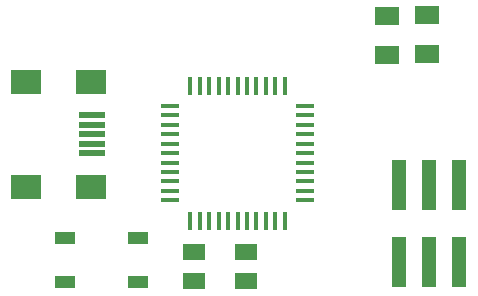
<source format=gtp>
G04 (created by PCBNEW (2013-may-18)-stable) date Mon Sep 19 14:24:48 2016*
%MOIN*%
G04 Gerber Fmt 3.4, Leading zero omitted, Abs format*
%FSLAX34Y34*%
G01*
G70*
G90*
G04 APERTURE LIST*
%ADD10C,0.00590551*%
%ADD11R,0.08X0.06*%
%ADD12R,0.0748031X0.0551181*%
%ADD13R,0.0906X0.0197*%
%ADD14R,0.0984X0.0787*%
%ADD15R,0.016X0.06*%
%ADD16R,0.06X0.016*%
%ADD17R,0.0708661X0.0433071*%
%ADD18R,0.05X0.166929*%
G04 APERTURE END LIST*
G54D10*
G54D11*
X22834Y-18622D03*
X22834Y-17322D03*
X21496Y-17342D03*
X21496Y-18642D03*
G54D12*
X15059Y-26161D03*
X16791Y-26161D03*
X16791Y-25216D03*
X15059Y-25216D03*
G54D13*
X11672Y-20649D03*
X11672Y-20964D03*
X11672Y-21279D03*
X11672Y-21594D03*
X11672Y-21909D03*
G54D14*
X11633Y-19527D03*
X9468Y-19527D03*
X11633Y-23031D03*
X9468Y-23031D03*
G54D15*
X16515Y-19659D03*
X16200Y-19659D03*
X15885Y-19659D03*
X15570Y-19659D03*
X15255Y-19659D03*
X14940Y-19659D03*
X16830Y-19659D03*
X17145Y-19659D03*
X17460Y-19659D03*
X17775Y-19659D03*
X18090Y-19659D03*
X16515Y-24159D03*
X16200Y-24159D03*
X15885Y-24159D03*
X15570Y-24159D03*
X15255Y-24159D03*
X14940Y-24159D03*
X16830Y-24159D03*
X17145Y-24159D03*
X17460Y-24159D03*
X17775Y-24159D03*
X18090Y-24159D03*
G54D16*
X14265Y-21909D03*
X18765Y-21909D03*
X14265Y-22224D03*
X18765Y-22224D03*
X18765Y-22539D03*
X14265Y-22539D03*
X14265Y-22854D03*
X18765Y-22854D03*
X18765Y-23169D03*
X14265Y-23169D03*
X14265Y-23484D03*
X18765Y-23484D03*
X18765Y-21594D03*
X14265Y-21594D03*
X14265Y-21279D03*
X18765Y-21279D03*
X18765Y-20964D03*
X14265Y-20964D03*
X14265Y-20649D03*
X18765Y-20649D03*
X18765Y-20334D03*
X14265Y-20334D03*
G54D17*
X10768Y-24752D03*
X13208Y-24752D03*
X10768Y-26192D03*
X13208Y-26192D03*
G54D18*
X23893Y-22971D03*
X23893Y-25531D03*
X22893Y-22971D03*
X22893Y-25531D03*
X21893Y-22971D03*
X21893Y-25531D03*
M02*

</source>
